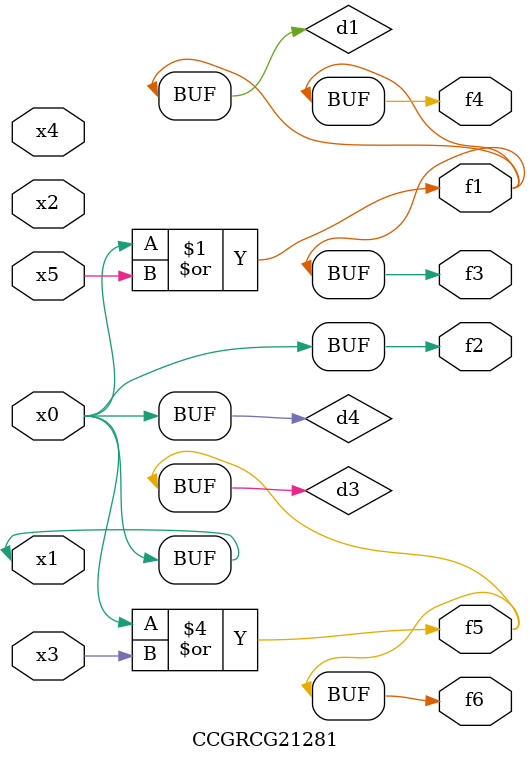
<source format=v>
module CCGRCG21281(
	input x0, x1, x2, x3, x4, x5,
	output f1, f2, f3, f4, f5, f6
);

	wire d1, d2, d3, d4;

	or (d1, x0, x5);
	xnor (d2, x1, x4);
	or (d3, x0, x3);
	buf (d4, x0, x1);
	assign f1 = d1;
	assign f2 = d4;
	assign f3 = d1;
	assign f4 = d1;
	assign f5 = d3;
	assign f6 = d3;
endmodule

</source>
